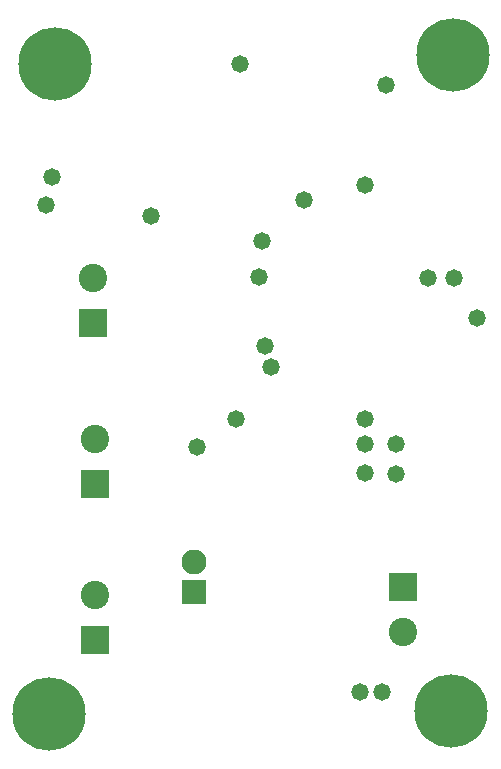
<source format=gbs>
%FSTAX24Y24*%
%MOIN*%
%SFA1B1*%

%IPPOS*%
%ADD61C,0.244200*%
%ADD62C,0.082800*%
%ADD63R,0.082800X0.082800*%
%ADD64C,0.094600*%
%ADD65R,0.094600X0.094600*%
%ADD66C,0.058000*%
%LNpcb_iot_source-1*%
%LPD*%
G54D61*
X001358Y001427D03*
X001575Y0231D03*
X014823Y023396D03*
X014783Y001545D03*
G54D62*
X006191Y006496D03*
G54D63*
X006191Y005496D03*
G54D64*
X002904Y01061D03*
X002835Y015969D03*
X002904Y005384D03*
X013159Y004163D03*
G54D65*
X002904Y00911D03*
X002835Y014468D03*
X002904Y003884D03*
X013159Y005663D03*
G54D66*
X013996Y015949D03*
X011909Y019065D03*
X006293Y010335D03*
X009872Y018553D03*
X012608Y022411D03*
X008563Y013711D03*
X01565Y014626D03*
X012461Y002169D03*
X011752D03*
X014862Y015949D03*
X00876Y013002D03*
X007618Y01127D03*
X011915D03*
Y009459D03*
Y010443D03*
X012933D03*
Y009419D03*
X004783Y018041D03*
X007736Y023081D03*
X001476Y019341D03*
X008366Y015984D03*
X00126Y018396D03*
X008484Y017205D03*
M02*
</source>
